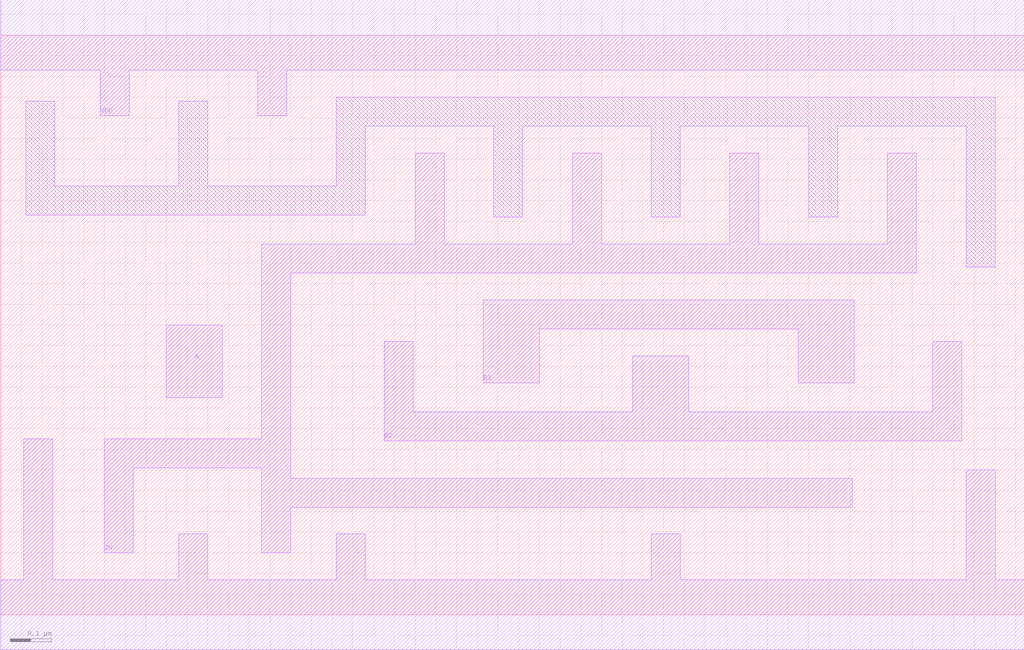
<source format=lef>
# 
# ******************************************************************************
# *                                                                            *
# *                   Copyright (C) 2004-2010, Nangate Inc.                    *
# *                           All rights reserved.                             *
# *                                                                            *
# * Nangate and the Nangate logo are trademarks of Nangate Inc.                *
# *                                                                            *
# * All trademarks, logos, software marks, and trade names (collectively the   *
# * "Marks") in this program are proprietary to Nangate or other respective    *
# * owners that have granted Nangate the right and license to use such Marks.  *
# * You are not permitted to use the Marks without the prior written consent   *
# * of Nangate or such third party that may own the Marks.                     *
# *                                                                            *
# * This file has been provided pursuant to a License Agreement containing     *
# * restrictions on its use. This file contains valuable trade secrets and     *
# * proprietary information of Nangate Inc., and is protected by U.S. and      *
# * international laws and/or treaties.                                        *
# *                                                                            *
# * The copyright notice(s) in this file does not indicate actual or intended  *
# * publication of this file.                                                  *
# *                                                                            *
# *     NGLibraryCreator, v2010.08-HR32-SP3-2010-08-05 - build 1009061800      *
# *                                                                            *
# ******************************************************************************
# 
# 
# Running on brazil06.nangate.com.br for user Giancarlo Franciscatto (gfr).
# Local time is now Fri, 3 Dec 2010, 19:32:18.
# Main process id is 27821.

VERSION 5.6 ;
BUSBITCHARS "[]" ;
DIVIDERCHAR "/" ;

MACRO AOI21_X4
  CLASS core ;
  FOREIGN AOI21_X4 0.0 0.0 ;
  ORIGIN 0 0 ;
  SYMMETRY X Y ;
  SITE FreePDK45_38x28_10R_NP_162NW_34O ;
  SIZE 2.47 BY 1.4 ;
  PIN A
    DIRECTION INPUT ;
    ANTENNAPARTIALMETALAREA 0.023625 LAYER metal1 ;
    ANTENNAPARTIALMETALSIDEAREA 0.0806 LAYER metal1 ;
    ANTENNAGATEAREA 0.209 ;
    PORT
      LAYER metal1 ;
        POLYGON 0.4 0.525 0.535 0.525 0.535 0.7 0.4 0.7  ;
    END
  END A
  PIN B1
    DIRECTION INPUT ;
    ANTENNAPARTIALMETALAREA 0.09775 LAYER metal1 ;
    ANTENNAPARTIALMETALSIDEAREA 0.3185 LAYER metal1 ;
    ANTENNAGATEAREA 0.209 ;
    PORT
      LAYER metal1 ;
        POLYGON 1.165 0.56 1.3 0.56 1.3 0.69 1.925 0.69 1.925 0.56 2.06 0.56 2.06 0.76 1.165 0.76  ;
    END
  END B1
  PIN B2
    DIRECTION INPUT ;
    ANTENNAPARTIALMETALAREA 0.139675 LAYER metal1 ;
    ANTENNAPARTIALMETALSIDEAREA 0.5044 LAYER metal1 ;
    ANTENNAGATEAREA 0.209 ;
    PORT
      LAYER metal1 ;
        POLYGON 0.925 0.42 2.32 0.42 2.32 0.66 2.25 0.66 2.25 0.49 1.66 0.49 1.66 0.625 1.525 0.625 1.525 0.49 0.995 0.49 0.995 0.66 0.925 0.66  ;
    END
  END B2
  PIN ZN
    DIRECTION OUTPUT ;
    ANTENNAPARTIALMETALAREA 0.35525 LAYER metal1 ;
    ANTENNAPARTIALMETALSIDEAREA 1.3377 LAYER metal1 ;
    ANTENNADIFFAREA 0.5852 ;
    PORT
      LAYER metal1 ;
        POLYGON 0.7 0.825 2.21 0.825 2.21 1.115 2.14 1.115 2.14 0.895 1.83 0.895 1.83 1.115 1.76 1.115 1.76 0.895 1.45 0.895 1.45 1.115 1.38 1.115 1.38 0.895 1.07 0.895 1.07 1.115 1 1.115 1 0.895 0.63 0.895 0.63 0.425 0.25 0.425 0.25 0.15 0.32 0.15 0.32 0.355 0.63 0.355 0.63 0.15 0.7 0.15 0.7 0.26 2.055 0.26 2.055 0.33 0.7 0.33  ;
    END
  END ZN
  PIN VDD
    DIRECTION INOUT ;
    USE power ;
    SHAPE ABUTMENT ;
    PORT
      LAYER metal1 ;
        POLYGON 0 1.315 0.24 1.315 0.24 1.205 0.31 1.205 0.31 1.315 0.62 1.315 0.62 1.205 0.69 1.205 0.69 1.315 2.4 1.315 2.47 1.315 2.47 1.485 2.4 1.485 0 1.485  ;
    END
  END VDD
  PIN VSS
    DIRECTION INOUT ;
    USE ground ;
    SHAPE ABUTMENT ;
    PORT
      LAYER metal1 ;
        POLYGON 0 -0.085 2.47 -0.085 2.47 0.085 2.4 0.085 2.4 0.35 2.33 0.35 2.33 0.085 1.64 0.085 1.64 0.195 1.57 0.195 1.57 0.085 0.88 0.085 0.88 0.195 0.81 0.195 0.81 0.085 0.5 0.085 0.5 0.195 0.43 0.195 0.43 0.085 0.125 0.085 0.125 0.425 0.055 0.425 0.055 0.085 0 0.085  ;
    END
  END VSS
  OBS
      LAYER metal1 ;
        POLYGON 0.06 0.965 0.88 0.965 0.88 1.18 1.19 1.18 1.19 0.96 1.26 0.96 1.26 1.18 1.57 1.18 1.57 0.96 1.64 0.96 1.64 1.18 1.95 1.18 1.95 0.96 2.02 0.96 2.02 1.18 2.33 1.18 2.33 0.84 2.4 0.84 2.4 1.25 0.81 1.25 0.81 1.035 0.5 1.035 0.5 1.24 0.43 1.24 0.43 1.035 0.13 1.035 0.13 1.24 0.06 1.24  ;
  END
END AOI21_X4

END LIBRARY
#
# End of file
#

</source>
